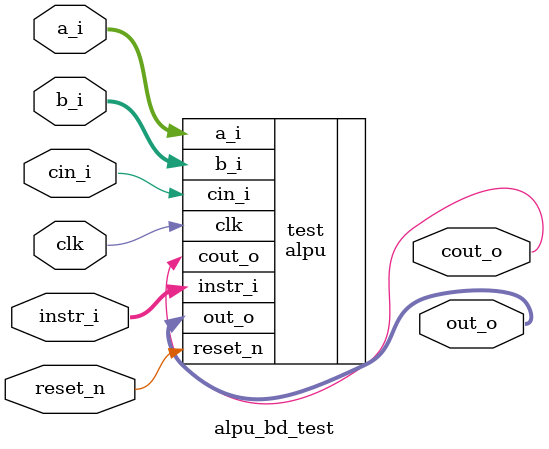
<source format=v>

module alpu_bd_test #(
  parameter REG_WIDTH = 4,
  parameter USE_PIPELINED_ALPU = 0
) (
  input  wire                   clk,
  input  wire                   reset_n,

  input  wire             [3:0] instr_i,
  input  wire   [REG_WIDTH-1:0] a_i,
  input  wire   [REG_WIDTH-1:0] b_i,
  input  wire                   cin_i,
  output wire   [REG_WIDTH-1:0] out_o,
  output wire                   cout_o
);

  alpu test (
    .clk(clk),
    .reset_n(reset_n),
    .instr_i(instr_i),
    .a_i(a_i),
    .b_i(b_i),
    .cin_i(cin_i),
    .out_o(out_o),
    .cout_o(cout_o)
  );

endmodule
</source>
